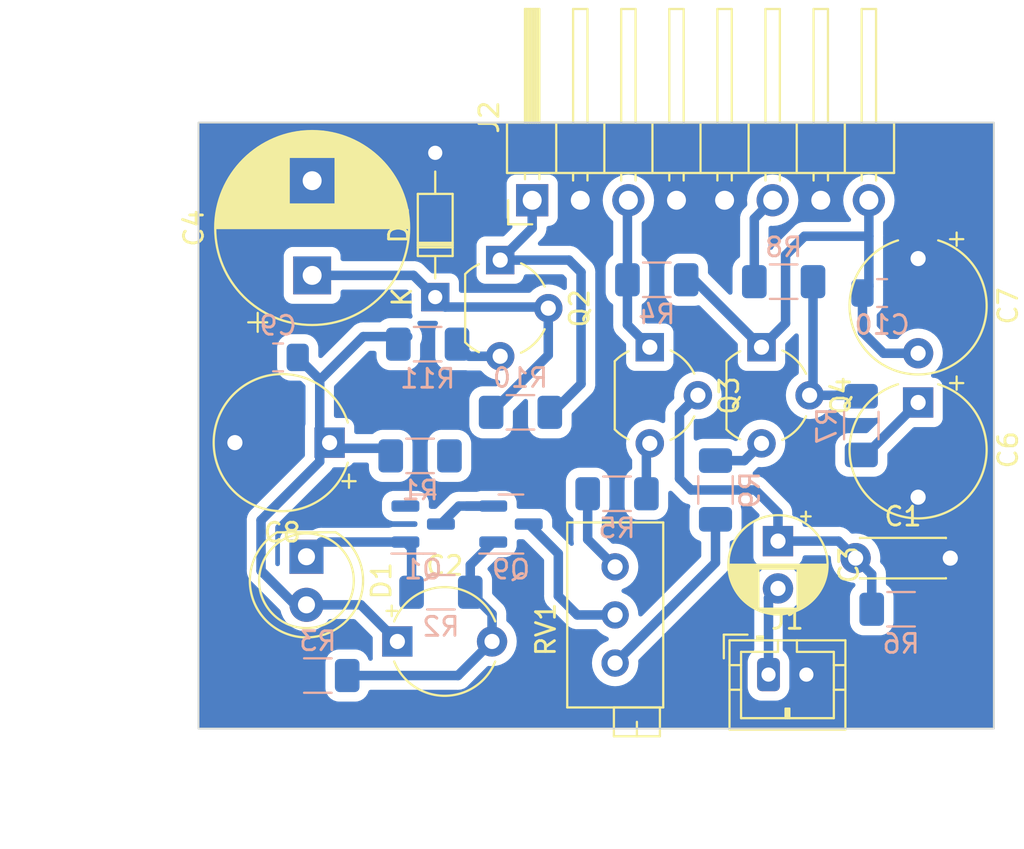
<source format=kicad_pcb>
(kicad_pcb (version 20221018) (generator pcbnew)
  (layers (0 "F.Cu" signal) (31 "B.Cu" signal) (34 "B.Paste" user) (35 "F.Paste" user) (36 "B.SilkS" user "B.Silkscreen") (37 "F.SilkS" user "F.Silkscreen") (38 "B.Mask" user) (39 "F.Mask" user) (44 "Edge.Cuts" user))
  (net 0 "")
  (net 1 "Net-(Q3-B)")
  (net 2 "GND")
  (net 3 "Net-(D1-A)")
  (net 4 "Net-(J1-Pin_1)")
  (net 5 "Net-(J2-Pin_8)")
  (net 6 "Net-(C6-Pad1)")
  (net 7 "Net-(D1-K)")
  (net 8 "Net-(J2-Pin_3)")
  (net 9 "Net-(J2-Pin_6)")
  (net 10 "Net-(Q1-C)")
  (net 11 "Net-(Q1-E)")
  (net 12 "Net-(Q4-B)")
  (net 13 "Net-(Q9-B)")
  (net 14 "Net-(Q2-E)")
  (net 15 "Net-(Q3-E)")
  (net 16 "Net-(D2-K)")
  (net 17 "Net-(J2-Pin_1)")
  (net 18 "Net-(Q4-E)")
  (net 19 "Net-(Q9-C)")
  (net 20 "Net-(R5-Pad1)")
  (net 21 "Net-(R9-Pad1)")
  (footprint "Potentiometer_THT:Potentiometer_Bourns_3296X_Horizontal" (layer "F.Cu") (at 133 92.46 90)
    (fp_text reference "RV1" (at -3.3 -3.66 90) (layer "F.SilkS"))
    (fp_text value "100")
    (pad "1" thru_hole circle (at 0 0 90) (size 1.44 1.44) (drill 0.8) (layers "*.Cu" "*.Mask") (net 20 "Net-(R5-Pad1)"))
    (pad "2" thru_hole circle (at -2.54 0 90) (size 1.44 1.44) (drill 0.8) (layers "*.Cu" "*.Mask") (net 19 "Net-(Q9-C)"))
    (pad "3" thru_hole circle (at -5.08 0 90) (size 1.44 1.44) (drill 0.8) (layers "*.Cu" "*.Mask") (net 21 "Net-(R9-Pad1)"))
  )
  (footprint "Connector_PinHeader_2.54mm:PinHeader_1x08_P2.54mm_Horizontal" (layer "F.Cu") (at 128.62 73.1 90)
    (fp_text reference "J2" (at 4.385 -2.27 90) (layer "F.SilkS"))
    (fp_text value "Conn_01x08")
    (pad "1" thru_hole rect (at 0 0 90) (size 1.7 1.7) (drill 1) (layers "*.Cu" "*.Mask") (net 17 "Net-(J2-Pin_1)"))
    (pad "2" thru_hole oval (at 0 2.54 90) (size 1.7 1.7) (drill 1) (layers "*.Cu" "*.Mask") (net 2 "GND"))
    (pad "3" thru_hole oval (at 0 5.08 90) (size 1.7 1.7) (drill 1) (layers "*.Cu" "*.Mask") (net 8 "Net-(J2-Pin_3)"))
    (pad "4" thru_hole oval (at 0 7.62 90) (size 1.7 1.7) (drill 1) (layers "*.Cu" "*.Mask") (net 2 "GND"))
    (pad "5" thru_hole oval (at 0 10.16 90) (size 1.7 1.7) (drill 1) (layers "*.Cu" "*.Mask") (net 2 "GND"))
    (pad "6" thru_hole oval (at 0 12.7 90) (size 1.7 1.7) (drill 1) (layers "*.Cu" "*.Mask") (net 9 "Net-(J2-Pin_6)"))
    (pad "7" thru_hole oval (at 0 15.24 90) (size 1.7 1.7) (drill 1) (layers "*.Cu" "*.Mask") (net 2 "GND"))
    (pad "8" thru_hole oval (at 0 17.78 90) (size 1.7 1.7) (drill 1) (layers "*.Cu" "*.Mask") (net 5 "Net-(J2-Pin_8)"))
  )
  (footprint "Package_TO_SOT_THT:TO-92_Wide" (layer "F.Cu") (at 126.93 76.26 -90)
    (fp_text reference "Q2" (at 2.55 -4.19 90) (layer "F.SilkS"))
    (fp_text value "BC237")
    (pad "1" thru_hole rect (at 0 0 270) (size 1.5 1.5) (drill 0.8) (layers "*.Cu" "*.Mask") (net 17 "Net-(J2-Pin_1)"))
    (pad "2" thru_hole circle (at 2.54 -2.54 270) (size 1.5 1.5) (drill 0.8) (layers "*.Cu" "*.Mask") (net 16 "Net-(D2-K)"))
    (pad "3" thru_hole circle (at 5.08 0 270) (size 1.5 1.5) (drill 0.8) (layers "*.Cu" "*.Mask") (net 14 "Net-(Q2-E)"))
  )
  (footprint "LED_THT:LED_D5.0mm" (layer "F.Cu") (at 116.7 91.925 -90)
    (fp_text reference "D1" (at 1.27 -3.96 90) (layer "F.SilkS"))
    (fp_text value "LED_Small")
    (pad "1" thru_hole rect (at 0 0 270) (size 1.8 1.8) (drill 0.9) (layers "*.Cu" "*.Mask") (net 7 "Net-(D1-K)"))
    (pad "2" thru_hole circle (at 2.54 0 270) (size 1.8 1.8) (drill 0.9) (layers "*.Cu" "*.Mask") (net 3 "Net-(D1-A)"))
  )
  (footprint "Capacitor_THT:CP_Radial_D5.0mm_P2.50mm" (layer "F.Cu") (at 141.6 91.1 -90)
    (fp_text reference "C3" (at 1.25 -3.75 90) (layer "F.SilkS"))
    (fp_text value "2u2/16V")
    (pad "1" thru_hole rect (at 0 0 270) (size 1.6 1.6) (drill 0.8) (layers "*.Cu" "*.Mask") (net 1 "Net-(Q3-B)"))
    (pad "2" thru_hole circle (at 2.5 0 270) (size 1.6 1.6) (drill 0.8) (layers "*.Cu" "*.Mask") (net 4 "Net-(J1-Pin_1)"))
  )
  (footprint "Package_TO_SOT_THT:TO-92_Wide" (layer "F.Cu") (at 140.73 80.86 -90)
    (fp_text reference "Q4" (at 2.55 -4.19 90) (layer "F.SilkS"))
    (fp_text value "BC560C")
    (pad "1" thru_hole rect (at 0 0 270) (size 1.5 1.5) (drill 0.8) (layers "*.Cu" "*.Mask") (net 5 "Net-(J2-Pin_8)"))
    (pad "2" thru_hole circle (at 2.54 -2.54 270) (size 1.5 1.5) (drill 0.8) (layers "*.Cu" "*.Mask") (net 12 "Net-(Q4-B)"))
    (pad "3" thru_hole circle (at 5.08 0 270) (size 1.5 1.5) (drill 0.8) (layers "*.Cu" "*.Mask") (net 18 "Net-(Q4-E)"))
  )
  (footprint "Connector_JST:JST_PH_B2B-PH-K_1x02_P2.00mm_Vertical" (layer "F.Cu") (at 141.1 98.15)
    (fp_text reference "J1" (at 1 -2.9) (layer "F.SilkS"))
    (fp_text value "Conn_01x02")
    (pad "1" thru_hole roundrect (at 0 0) (size 1.2 1.75) (drill 0.75) (layers "*.Cu" "*.Mask") (roundrect_rratio 0.208333) (net 4 "Net-(J1-Pin_1)"))
    (pad "2" thru_hole oval (at 2 0) (size 1.2 1.75) (drill 0.75) (layers "*.Cu" "*.Mask") (net 2 "GND"))
  )
  (footprint "Capacitor_THT:CP_Radial_Tantal_D7.0mm_P5.00mm" (layer "F.Cu") (at 117.920139 85.9 180)
    (fp_text reference "C8" (at 2.5 -4.75) (layer "F.SilkS"))
    (fp_text value "47u/35V")
    (pad "1" thru_hole rect (at 0 0 180) (size 1.6 1.6) (drill 0.8) (layers "*.Cu" "*.Mask") (net 3 "Net-(D1-A)"))
    (pad "2" thru_hole circle (at 5 0 180) (size 1.6 1.6) (drill 0.8) (layers "*.Cu" "*.Mask") (net 2 "GND"))
  )
  (footprint "Capacitor_THT:CP_Radial_D10.0mm_P5.00mm" (layer "F.Cu") (at 117 77.067677 90)
    (fp_text reference "C4" (at 2.5 -6.25 90) (layer "F.SilkS"))
    (fp_text value "220u/35V")
    (pad "1" thru_hole rect (at 0 0 90) (size 2 2) (drill 1) (layers "*.Cu" "*.Mask") (net 16 "Net-(D2-K)"))
    (pad "2" thru_hole circle (at 5 0 90) (size 2 2) (drill 1) (layers "*.Cu" "*.Mask") (net 2 "GND"))
  )
  (footprint "Package_TO_SOT_THT:TO-92_Wide" (layer "F.Cu") (at 134.83 80.86 -90)
    (fp_text reference "Q3" (at 2.55 -4.19 90) (layer "F.SilkS"))
    (fp_text value "BC560C")
    (pad "1" thru_hole rect (at 0 0 270) (size 1.5 1.5) (drill 0.8) (layers "*.Cu" "*.Mask") (net 8 "Net-(J2-Pin_3)"))
    (pad "2" thru_hole circle (at 2.54 -2.54 270) (size 1.5 1.5) (drill 0.8) (layers "*.Cu" "*.Mask") (net 1 "Net-(Q3-B)"))
    (pad "3" thru_hole circle (at 5.08 0 270) (size 1.5 1.5) (drill 0.8) (layers "*.Cu" "*.Mask") (net 15 "Net-(Q3-E)"))
  )
  (footprint "Diode_THT:D_DO-34_SOD68_P7.62mm_Horizontal" (layer "F.Cu") (at 123.5 78.215 90)
    (fp_text reference "D2" (at 3.81 -1.92 90) (layer "F.SilkS"))
    (fp_text value "27V")
    (fp_text user "K" (at 0 -1.75 90) (layer "F.SilkS"))
    (pad "1" thru_hole rect (at 0 0 90) (size 1.5 1.5) (drill 0.75) (layers "*.Cu" "*.Mask") (net 16 "Net-(D2-K)"))
    (pad "2" thru_hole oval (at 7.62 0 90) (size 1.5 1.5) (drill 0.75) (layers "*.Cu" "*.Mask") (net 2 "GND"))
  )
  (footprint "Capacitor_THT:CP_Radial_Tantal_D7.0mm_P5.00mm" (layer "F.Cu") (at 149 83.779862 -90)
    (fp_text reference "C6" (at 2.5 -4.75 90) (layer "F.SilkS"))
    (fp_text value "47u/25V")
    (pad "1" thru_hole rect (at 0 0 270) (size 1.6 1.6) (drill 0.8) (layers "*.Cu" "*.Mask") (net 6 "Net-(C6-Pad1)"))
    (pad "2" thru_hole circle (at 5 0 270) (size 1.6 1.6) (drill 0.8) (layers "*.Cu" "*.Mask") (net 2 "GND"))
  )
  (footprint "Capacitor_THT:CP_Radial_Tantal_D7.0mm_P5.00mm" (layer "F.Cu") (at 149 76.179862 -90)
    (fp_text reference "C7" (at 2.5 -4.75 90) (layer "F.SilkS"))
    (fp_text value "47u/35V")
    (pad "1" thru_hole rect (at 0 0 270) (size 1.6 1.6) (drill 0.8) (layers "*.Cu" "*.Mask") (net 2 "GND"))
    (pad "2" thru_hole circle (at 5 0 270) (size 1.6 1.6) (drill 0.8) (layers "*.Cu" "*.Mask") (net 5 "Net-(J2-Pin_8)"))
  )
  (footprint "Capacitor_THT:CP_Radial_Tantal_D5.5mm_P5.00mm" (layer "F.Cu") (at 121.5 96.4)
    (fp_text reference "C2" (at 2.5 -4) (layer "F.SilkS"))
    (fp_text value "33u/25V")
    (pad "1" thru_hole rect (at 0 0) (size 1.6 1.6) (drill 0.8) (layers "*.Cu" "*.Mask") (net 3 "Net-(D1-A)"))
    (pad "2" thru_hole circle (at 5 0) (size 1.6 1.6) (drill 0.8) (layers "*.Cu" "*.Mask") (net 13 "Net-(Q9-B)"))
  )
  (footprint "Capacitor_THT:C_Disc_D4.3mm_W1.9mm_P5.00mm" (layer "F.Cu") (at 145.7 92)
    (fp_text reference "C1" (at 2.5 -2.2) (layer "F.SilkS"))
    (fp_text value "330p")
    (pad "1" thru_hole circle (at 0 0) (size 1.6 1.6) (drill 0.8) (layers "*.Cu" "*.Mask") (net 1 "Net-(Q3-B)"))
    (pad "2" thru_hole circle (at 5 0) (size 1.6 1.6) (drill 0.8) (layers "*.Cu" "*.Mask") (net 2 "GND"))
  )
  (footprint "Resistor_SMD:R_1206_3216Metric_Pad1.30x1.75mm_HandSolder" (layer "B.Cu") (at 148.1 94.7)
    (fp_text reference "R6" (at 0 1.82) (layer "B.SilkS") (effects (justify mirror)))
    (fp_text value "68k")
    (pad "1" smd roundrect (at -1.55 0) (size 1.3 1.75) (layers "B.Cu" "B.Paste" "B.Mask") (roundrect_rratio 0.192308) (net 1 "Net-(Q3-B)"))
    (pad "2" smd roundrect (at 1.55 0) (size 1.3 1.75) (layers "B.Cu" "B.Paste" "B.Mask") (roundrect_rratio 0.192308) (net 2 "GND"))
  )
  (footprint "Resistor_SMD:R_1206_3216Metric_Pad1.30x1.75mm_HandSolder" (layer "B.Cu") (at 138.3 88.4 90)
    (fp_text reference "R9" (at 0 1.82 90) (layer "B.SilkS") (effects (justify mirror)))
    (fp_text value "100")
    (pad "1" smd roundrect (at -1.55 0 90) (size 1.3 1.75) (layers "B.Cu" "B.Paste" "B.Mask") (roundrect_rratio 0.192308) (net 21 "Net-(R9-Pad1)"))
    (pad "2" smd roundrect (at 1.55 0 90) (size 1.3 1.75) (layers "B.Cu" "B.Paste" "B.Mask") (roundrect_rratio 0.192308) (net 18 "Net-(Q4-E)"))
  )
  (footprint "Resistor_SMD:R_1206_3216Metric_Pad1.30x1.75mm_HandSolder" (layer "B.Cu") (at 128 84.3 180)
    (fp_text reference "R10" (at 0 1.82) (layer "B.SilkS") (effects (justify mirror)))
    (fp_text value "390")
    (pad "1" smd roundrect (at -1.55 0 180) (size 1.3 1.75) (layers "B.Cu" "B.Paste" "B.Mask") (roundrect_rratio 0.192308) (net 17 "Net-(J2-Pin_1)"))
    (pad "2" smd roundrect (at 1.55 0 180) (size 1.3 1.75) (layers "B.Cu" "B.Paste" "B.Mask") (roundrect_rratio 0.192308) (net 16 "Net-(D2-K)"))
  )
  (footprint "Capacitor_SMD:C_0805_2012Metric_Pad1.18x1.45mm_HandSolder" (layer "B.Cu") (at 147.1 78)
    (fp_text reference "C10" (at 0 1.68) (layer "B.SilkS") (effects (justify mirror)))
    (fp_text value "100n")
    (pad "1" smd roundrect (at -1.0375 0) (size 1.175 1.45) (layers "B.Cu" "B.Paste" "B.Mask") (roundrect_rratio 0.212766) (net 5 "Net-(J2-Pin_8)"))
    (pad "2" smd roundrect (at 1.0375 0) (size 1.175 1.45) (layers "B.Cu" "B.Paste" "B.Mask") (roundrect_rratio 0.212766) (net 2 "GND"))
  )
  (footprint "Resistor_SMD:R_1206_3216Metric_Pad1.30x1.75mm_HandSolder" (layer "B.Cu") (at 123.1 80.7)
    (fp_text reference "R11" (at 0 1.82) (layer "B.SilkS") (effects (justify mirror)))
    (fp_text value "4.7")
    (pad "1" smd roundrect (at -1.55 0) (size 1.3 1.75) (layers "B.Cu" "B.Paste" "B.Mask") (roundrect_rratio 0.192308) (net 3 "Net-(D1-A)"))
    (pad "2" smd roundrect (at 1.55 0) (size 1.3 1.75) (layers "B.Cu" "B.Paste" "B.Mask") (roundrect_rratio 0.192308) (net 14 "Net-(Q2-E)"))
  )
  (footprint "Capacitor_SMD:C_0805_2012Metric_Pad1.18x1.45mm_HandSolder" (layer "B.Cu") (at 115.2 81.4 180)
    (fp_text reference "C9" (at 0 1.68) (layer "B.SilkS") (effects (justify mirror)))
    (fp_text value "100n")
    (pad "1" smd roundrect (at -1.0375 0 180) (size 1.175 1.45) (layers "B.Cu" "B.Paste" "B.Mask") (roundrect_rratio 0.212766) (net 3 "Net-(D1-A)"))
    (pad "2" smd roundrect (at 1.0375 0 180) (size 1.175 1.45) (layers "B.Cu" "B.Paste" "B.Mask") (roundrect_rratio 0.212766) (net 2 "GND"))
  )
  (footprint "Package_TO_SOT_SMD:SOT-23" (layer "B.Cu") (at 127.5 90.2)
    (fp_text reference "Q9" (at 0 2.4) (layer "B.SilkS") (effects (justify mirror)))
    (fp_text value "BC858")
    (pad "1" smd roundrect (at -0.9375 0.95) (size 1.475 0.6) (layers "B.Cu" "B.Paste" "B.Mask") (net 13 "Net-(Q9-B)"))
    (pad "2" smd roundrect (at -0.9375 -0.95) (size 1.475 0.6) (layers "B.Cu" "B.Paste" "B.Mask") (net 10 "Net-(Q1-C)"))
    (pad "3" smd roundrect (at 0.9375 0) (size 1.475 0.6) (layers "B.Cu" "B.Paste" "B.Mask") (net 19 "Net-(Q9-C)"))
  )
  (footprint "Resistor_SMD:R_1206_3216Metric_Pad1.30x1.75mm_HandSolder" (layer "B.Cu") (at 133.1 88.6)
    (fp_text reference "R5" (at 0 1.82) (layer "B.SilkS") (effects (justify mirror)))
    (fp_text value "100")
    (pad "1" smd roundrect (at -1.55 0) (size 1.3 1.75) (layers "B.Cu" "B.Paste" "B.Mask") (roundrect_rratio 0.192308) (net 20 "Net-(R5-Pad1)"))
    (pad "2" smd roundrect (at 1.55 0) (size 1.3 1.75) (layers "B.Cu" "B.Paste" "B.Mask") (roundrect_rratio 0.192308) (net 15 "Net-(Q3-E)"))
  )
  (footprint "Resistor_SMD:R_1206_3216Metric_Pad1.30x1.75mm_HandSolder" (layer "B.Cu") (at 123.8 93.8)
    (fp_text reference "R2" (at 0 1.82) (layer "B.SilkS") (effects (justify mirror)))
    (fp_text value "470")
    (pad "1" smd roundrect (at -1.55 0) (size 1.3 1.75) (layers "B.Cu" "B.Paste" "B.Mask") (roundrect_rratio 0.192308) (net 7 "Net-(D1-K)"))
    (pad "2" smd roundrect (at 1.55 0) (size 1.3 1.75) (layers "B.Cu" "B.Paste" "B.Mask") (roundrect_rratio 0.192308) (net 13 "Net-(Q9-B)"))
  )
  (footprint "Resistor_SMD:R_1206_3216Metric_Pad1.30x1.75mm_HandSolder" (layer "B.Cu") (at 117.3 98.2 180)
    (fp_text reference "R3" (at 0 1.82) (layer "B.SilkS") (effects (justify mirror)))
    (fp_text value "10k")
    (pad "1" smd roundrect (at -1.55 0 180) (size 1.3 1.75) (layers "B.Cu" "B.Paste" "B.Mask") (roundrect_rratio 0.192308) (net 13 "Net-(Q9-B)"))
    (pad "2" smd roundrect (at 1.55 0 180) (size 1.3 1.75) (layers "B.Cu" "B.Paste" "B.Mask") (roundrect_rratio 0.192308) (net 2 "GND"))
  )
  (footprint "Resistor_SMD:R_1206_3216Metric_Pad1.30x1.75mm_HandSolder" (layer "B.Cu") (at 146 85 -90)
    (fp_text reference "R7" (at 0 1.82 90) (layer "B.SilkS") (effects (justify mirror)))
    (fp_text value "1k2")
    (pad "1" smd roundrect (at -1.55 0 270) (size 1.3 1.75) (layers "B.Cu" "B.Paste" "B.Mask") (roundrect_rratio 0.192308) (net 12 "Net-(Q4-B)"))
    (pad "2" smd roundrect (at 1.55 0 270) (size 1.3 1.75) (layers "B.Cu" "B.Paste" "B.Mask") (roundrect_rratio 0.192308) (net 6 "Net-(C6-Pad1)"))
  )
  (footprint "Resistor_SMD:R_1206_3216Metric_Pad1.30x1.75mm_HandSolder" (layer "B.Cu") (at 141.9 77.4 180)
    (fp_text reference "R8" (at 0 1.82) (layer "B.SilkS") (effects (justify mirror)))
    (fp_text value "68k")
    (pad "1" smd roundrect (at -1.55 0 180) (size 1.3 1.75) (layers "B.Cu" "B.Paste" "B.Mask") (roundrect_rratio 0.192308) (net 12 "Net-(Q4-B)"))
    (pad "2" smd roundrect (at 1.55 0 180) (size 1.3 1.75) (layers "B.Cu" "B.Paste" "B.Mask") (roundrect_rratio 0.192308) (net 9 "Net-(J2-Pin_6)"))
  )
  (footprint "Resistor_SMD:R_1206_3216Metric_Pad1.30x1.75mm_HandSolder" (layer "B.Cu") (at 135.2 77.3)
    (fp_text reference "R4" (at 0 1.82) (layer "B.SilkS") (effects (justify mirror)))
    (fp_text value "560")
    (pad "1" smd roundrect (at -1.55 0) (size 1.3 1.75) (layers "B.Cu" "B.Paste" "B.Mask") (roundrect_rratio 0.192308) (net 8 "Net-(J2-Pin_3)"))
    (pad "2" smd roundrect (at 1.55 0) (size 1.3 1.75) (layers "B.Cu" "B.Paste" "B.Mask") (roundrect_rratio 0.192308) (net 5 "Net-(J2-Pin_8)"))
  )
  (footprint "Resistor_SMD:R_1206_3216Metric_Pad1.30x1.75mm_HandSolder" (layer "B.Cu") (at 122.7 86.6)
    (fp_text reference "R1" (at 0 1.82) (layer "B.SilkS") (effects (justify mirror)))
    (fp_text value "1k")
    (pad "1" smd roundrect (at -1.55 0) (size 1.3 1.75) (layers "B.Cu" "B.Paste" "B.Mask") (roundrect_rratio 0.192308) (net 3 "Net-(D1-A)"))
    (pad "2" smd roundrect (at 1.55 0) (size 1.3 1.75) (layers "B.Cu" "B.Paste" "B.Mask") (roundrect_rratio 0.192308) (net 11 "Net-(Q1-E)"))
  )
  (footprint "Package_TO_SOT_SMD:SOT-23" (layer "B.Cu") (at 122.8625 90.2)
    (fp_text reference "Q1" (at 0 2.4) (layer "B.SilkS") (effects (justify mirror)))
    (fp_text value "BC858")
    (pad "1" smd roundrect (at -0.9375 0.95) (size 1.475 0.6) (layers "B.Cu" "B.Paste" "B.Mask") (net 7 "Net-(D1-K)"))
    (pad "2" smd roundrect (at -0.9375 -0.95) (size 1.475 0.6) (layers "B.Cu" "B.Paste" "B.Mask") (net 11 "Net-(Q1-E)"))
    (pad "3" smd roundrect (at 0.9375 0) (size 1.475 0.6) (layers "B.Cu" "B.Paste" "B.Mask") (net 10 "Net-(Q1-C)"))
  )
  (gr_rect (start 111 69) (end 153 101) (stroke (width 0.1)) (fill none) (layer "Edge.Cuts"))
  (segment (start 136.4 87.8) (end 137 88.4) (width 0.5) (layer "B.Cu") (net 1))
  (segment (start 136.4 84.37) (end 136.4 87.8) (width 0.5) (layer "B.Cu") (net 1))
  (segment (start 146.55 92.85) (end 145.7 92) (width 0.5) (layer "B.Cu") (net 1))
  (segment (start 137.37 83.4) (end 136.4 84.37) (width 0.5) (layer "B.Cu") (net 1))
  (segment (start 141.6 89.6) (end 141.6 91.1) (width 0.5) (layer "B.Cu") (net 1))
  (segment (start 137 88.4) (end 140.4 88.4) (width 0.5) (layer "B.Cu") (net 1))
  (segment (start 146.55 94.7) (end 146.55 92.85) (width 0.5) (layer "B.Cu") (net 1))
  (segment (start 141.6 91.1) (end 144.8 91.1) (width 0.5) (layer "B.Cu") (net 1))
  (segment (start 140.4 88.4) (end 141.6 89.6) (width 0.5) (layer "B.Cu") (net 1))
  (segment (start 144.8 91.1) (end 145.7 92) (width 0.5) (layer "B.Cu") (net 1))
  (segment (start 121.5 96.4) (end 119.565 94.465) (width 0.5) (layer "B.Cu") (net 3))
  (segment (start 116.1 94.465) (end 114.3 92.665) (width 0.5) (layer "B.Cu") (net 3))
  (segment (start 118.220139 86.2) (end 120.75 86.2) (width 0.5) (layer "B.Cu") (net 3))
  (segment (start 120.75 86.2) (end 121.15 86.6) (width 0.5) (layer "B.Cu") (net 3))
  (segment (start 114.3 92.665) (end 114.3 90) (width 0.5) (layer "B.Cu") (net 3))
  (segment (start 117.4 82.5625) (end 116.2375 81.4) (width 0.5) (layer "B.Cu") (net 3))
  (segment (start 119.565 94.465) (end 116.1 94.465) (width 0.5) (layer "B.Cu") (net 3))
  (segment (start 114.3 90) (end 117.4 86.9) (width 0.5) (layer "B.Cu") (net 3))
  (segment (start 117.920139 85.9) (end 118.220139 86.2) (width 0.5) (layer "B.Cu") (net 3))
  (segment (start 117.4 86.9) (end 117.4 82.5625) (width 0.5) (layer "B.Cu") (net 3))
  (segment (start 117.517361 82.482639) (end 119.7 80.3) (width 0.5) (layer "B.Cu") (net 3))
  (segment (start 119.7 80.3) (end 122.05 80.3) (width 0.5) (layer "B.Cu") (net 3))
  (segment (start 141.1 98.15) (end 141.1 94.1) (width 0.5) (layer "B.Cu") (net 4))
  (segment (start 141.1 94.1) (end 141.6 93.6) (width 0.5) (layer "B.Cu") (net 4))
  (segment (start 142 76) (end 142 79.59) (width 0.5) (layer "B.Cu") (net 5))
  (segment (start 143 75) (end 142 76) (width 0.5) (layer "B.Cu") (net 5))
  (segment (start 146.0625 78) (end 146.0625 80.0625) (width 0.5) (layer "B.Cu") (net 5))
  (segment (start 146.4 73.1) (end 146.4 75) (width 0.5) (layer "B.Cu") (net 5))
  (segment (start 146.0625 80.0625) (end 147.179862 81.179862) (width 0.5) (layer "B.Cu") (net 5))
  (segment (start 146.4 77.6625) (end 146.0625 78) (width 0.5) (layer "B.Cu") (net 5))
  (segment (start 142 79.59) (end 140.73 80.86) (width 0.5) (layer "B.Cu") (net 5))
  (segment (start 137.17 77.3) (end 140.73 80.86) (width 0.5) (layer "B.Cu") (net 5))
  (segment (start 136.75 77.3) (end 137.17 77.3) (width 0.5) (layer "B.Cu") (net 5))
  (segment (start 146.4 75) (end 143 75) (width 0.5) (layer "B.Cu") (net 5))
  (segment (start 147.179862 81.179862) (end 149 81.179862) (width 0.5) (layer "B.Cu") (net 5))
  (segment (start 146.4 75) (end 146.4 77.6625) (width 0.5) (layer "B.Cu") (net 5))
  (segment (start 146.229862 86.55) (end 149 83.779862) (width 0.5) (layer "B.Cu") (net 6))
  (segment (start 146 86.55) (end 146.229862 86.55) (width 0.5) (layer "B.Cu") (net 6))
  (segment (start 122.25 91.475) (end 121.925 91.15) (width 0.5) (layer "B.Cu") (net 7))
  (segment (start 117.475 91.15) (end 116.7 91.925) (width 0.5) (layer "B.Cu") (net 7))
  (segment (start 116.7 91.925) (end 116.1 91.925) (width 0.5) (layer "B.Cu") (net 7))
  (segment (start 122.25 93.8) (end 122.25 91.475) (width 0.5) (layer "B.Cu") (net 7))
  (segment (start 121.925 91.15) (end 117.475 91.15) (width 0.5) (layer "B.Cu") (net 7))
  (segment (start 133.65 77.3) (end 133.65 73.15) (width 0.5) (layer "B.Cu") (net 8))
  (segment (start 133.65 79.68) (end 134.83 80.86) (width 0.5) (layer "B.Cu") (net 8))
  (segment (start 133.65 77.3) (end 133.65 79.68) (width 0.5) (layer "B.Cu") (net 8))
  (segment (start 133.65 73.15) (end 133.7 73.1) (width 0.5) (layer "B.Cu") (net 8))
  (segment (start 140.35 77.4) (end 140.35 74.07) (width 0.5) (layer "B.Cu") (net 9))
  (segment (start 140.35 74.07) (end 141.32 73.1) (width 0.5) (layer "B.Cu") (net 9))
  (segment (start 124.75 89.25) (end 126.5625 89.25) (width 0.5) (layer "B.Cu") (net 10))
  (segment (start 125.15 89.25) (end 126.5625 89.25) (width 0.5) (layer "B.Cu") (net 10))
  (segment (start 123.8 90.2) (end 124.75 89.25) (width 0.5) (layer "B.Cu") (net 10))
  (segment (start 145.95 83.4) (end 146 83.45) (width 0.5) (layer "B.Cu") (net 12))
  (segment (start 143.45 83.22) (end 143.27 83.4) (width 0.5) (layer "B.Cu") (net 12))
  (segment (start 143.45 77.4) (end 143.45 83.22) (width 0.5) (layer "B.Cu") (net 12))
  (segment (start 143.27 83.4) (end 145.95 83.4) (width 0.5) (layer "B.Cu") (net 12))
  (segment (start 118.85 98.2) (end 124.7 98.2) (width 0.5) (layer "B.Cu") (net 13))
  (segment (start 124.7 98.2) (end 126.5 96.4) (width 0.5) (layer "B.Cu") (net 13))
  (segment (start 126.5 94.95) (end 125.35 93.8) (width 0.5) (layer "B.Cu") (net 13))
  (segment (start 125.35 93.8) (end 125.35 92.3625) (width 0.5) (layer "B.Cu") (net 13))
  (segment (start 125.35 92.3625) (end 126.5625 91.15) (width 0.5) (layer "B.Cu") (net 13))
  (segment (start 126.5 96.4) (end 126.5 94.95) (width 0.5) (layer "B.Cu") (net 13))
  (segment (start 124.65 80.7) (end 125.29 81.34) (width 0.5) (layer "B.Cu") (net 14))
  (segment (start 125.29 81.34) (end 126.93 81.34) (width 0.5) (layer "B.Cu") (net 14))
  (segment (start 134.65 86.12) (end 134.83 85.94) (width 0.5) (layer "B.Cu") (net 15))
  (segment (start 134.65 88.6) (end 134.65 86.12) (width 0.5) (layer "B.Cu") (net 15))
  (segment (start 117 77.067677) (end 122.352677 77.067677) (width 0.5) (layer "B.Cu") (net 16))
  (segment (start 122.352677 77.067677) (end 124.025 78.74) (width 0.5) (layer "B.Cu") (net 16))
  (segment (start 124.025 78.74) (end 129.41 78.74) (width 0.5) (layer "B.Cu") (net 16))
  (segment (start 129.41 78.74) (end 129.47 78.8) (width 0.5) (layer "B.Cu") (net 16))
  (segment (start 129.47 81.28) (end 126.45 84.3) (width 0.5) (layer "B.Cu") (net 16))
  (segment (start 129.47 78.8) (end 129.47 81.28) (width 0.5) (layer "B.Cu") (net 16))
  (segment (start 131.2 76.9) (end 130.56 76.26) (width 0.5) (layer "B.Cu") (net 17))
  (segment (start 129.7 84.3) (end 131.2 82.8) (width 0.5) (layer "B.Cu") (net 17))
  (segment (start 131.2 82.8) (end 131.2 76.9) (width 0.5) (layer "B.Cu") (net 17))
  (segment (start 128.62 73.1) (end 128.62 74.57) (width 0.5) (layer "B.Cu") (net 17))
  (segment (start 130.56 76.26) (end 126.93 76.26) (width 0.5) (layer "B.Cu") (net 17))
  (segment (start 129.55 84.3) (end 129.7 84.3) (width 0.5) (layer "B.Cu") (net 17))
  (segment (start 128.62 74.57) (end 126.93 76.26) (width 0.5) (layer "B.Cu") (net 17))
  (segment (start 138.3 86.85) (end 139.82 86.85) (width 0.5) (layer "B.Cu") (net 18))
  (segment (start 139.82 86.85) (end 140.73 85.94) (width 0.5) (layer "B.Cu") (net 18))
  (segment (start 130 94) (end 131 95) (width 0.5) (layer "B.Cu") (net 19))
  (segment (start 131 95) (end 133 95) (width 0.5) (layer "B.Cu") (net 19))
  (segment (start 128.4375 90.2) (end 130 91.7625) (width 0.5) (layer "B.Cu") (net 19))
  (segment (start 130 91.7625) (end 130 94) (width 0.5) (layer "B.Cu") (net 19))
  (segment (start 131.55 91.01) (end 133 92.46) (width 0.5) (layer "B.Cu") (net 20))
  (segment (start 131.55 88.6) (end 131.55 91.01) (width 0.5) (layer "B.Cu") (net 20))
  (segment (start 133 97.54) (end 138.3 92.24) (width 0.5) (layer "B.Cu") (net 21))
  (segment (start 138.3 92.24) (end 138.3 89.95) (width 0.5) (layer "B.Cu") (net 21))
  (zone (net 2) (net_name "GND") (layer "B.Cu") (connect_pads yes (clearance 0.5)) (min_thickness 0.25) (fill yes (thermal_gap 0.5) (thermal_bridge_width 0.5) (smoothing chamfer))
    (polygon (pts (xy 110.1 68.1) (xy 154.6 68.1) (xy 154.6 102.1) (xy 110 102.1)))
  )
)
</source>
